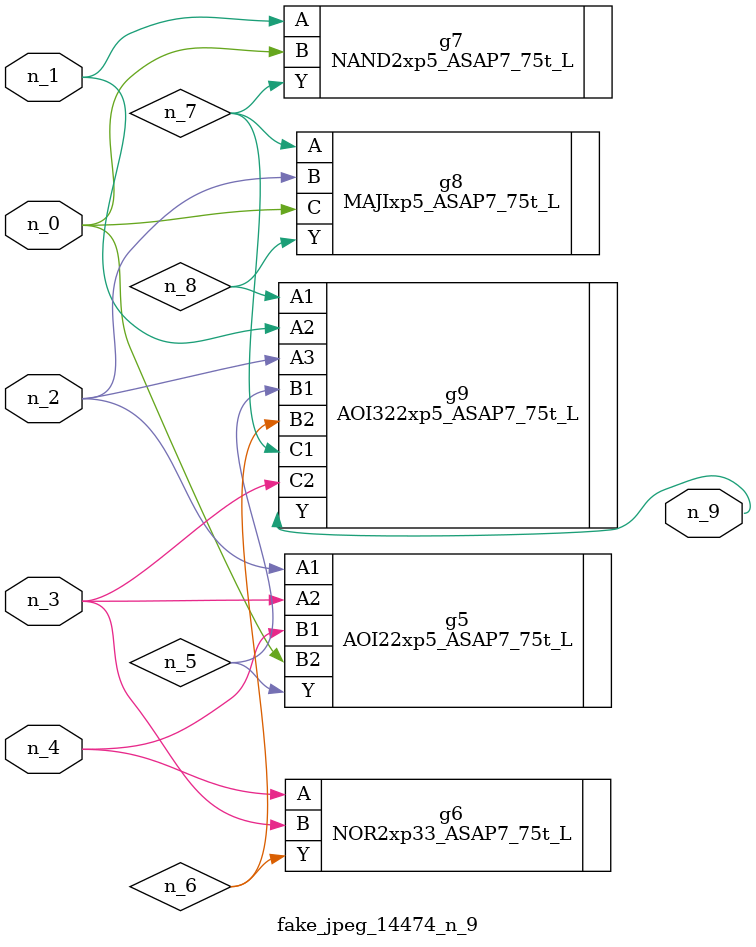
<source format=v>
module fake_jpeg_14474_n_9 (n_3, n_2, n_1, n_0, n_4, n_9);

input n_3;
input n_2;
input n_1;
input n_0;
input n_4;

output n_9;

wire n_8;
wire n_6;
wire n_5;
wire n_7;

AOI22xp5_ASAP7_75t_L g5 ( 
.A1(n_2),
.A2(n_3),
.B1(n_4),
.B2(n_0),
.Y(n_5)
);

NOR2xp33_ASAP7_75t_L g6 ( 
.A(n_4),
.B(n_3),
.Y(n_6)
);

NAND2xp5_ASAP7_75t_L g7 ( 
.A(n_1),
.B(n_0),
.Y(n_7)
);

MAJIxp5_ASAP7_75t_L g8 ( 
.A(n_7),
.B(n_2),
.C(n_0),
.Y(n_8)
);

AOI322xp5_ASAP7_75t_L g9 ( 
.A1(n_8),
.A2(n_1),
.A3(n_2),
.B1(n_5),
.B2(n_6),
.C1(n_7),
.C2(n_3),
.Y(n_9)
);


endmodule
</source>
